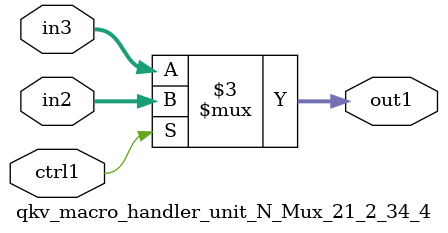
<source format=v>

`timescale 1ps / 1ps


module qkv_macro_handler_unit_N_Mux_21_2_34_4( in3, in2, ctrl1, out1 );

    input [20:0] in3;
    input [20:0] in2;
    input ctrl1;
    output [20:0] out1;
    reg [20:0] out1;

    
    // rtl_process:qkv_macro_handler_unit_N_Mux_21_2_34_4/qkv_macro_handler_unit_N_Mux_21_2_34_4_thread_1
    always @*
      begin : qkv_macro_handler_unit_N_Mux_21_2_34_4_thread_1
        case (ctrl1) 
          1'b1: 
            begin
              out1 = in2;
            end
          default: 
            begin
              out1 = in3;
            end
        endcase
      end

endmodule





</source>
